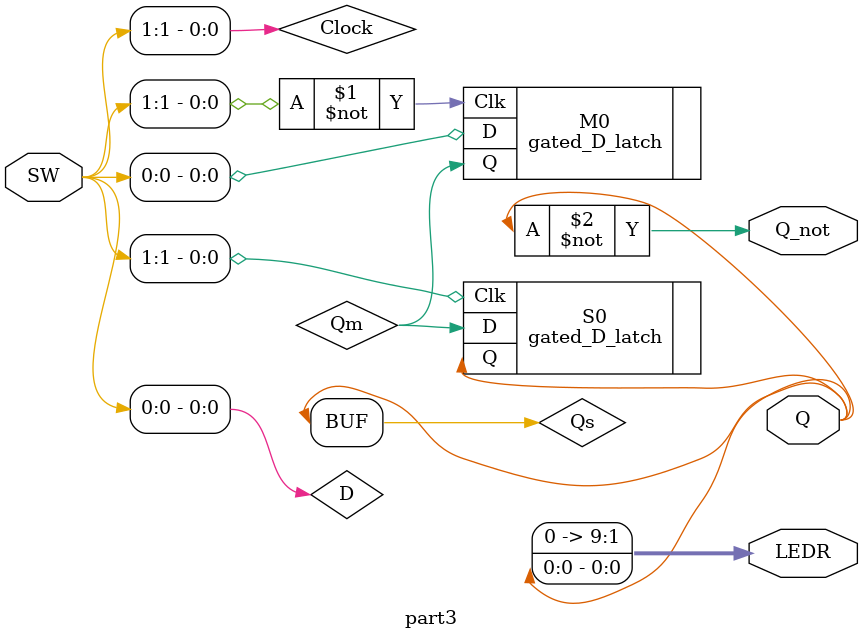
<source format=v>
module part3 (SW, Q, Q_not, LEDR);
input [1:0] SW;

output [9:0] LEDR;
output Q, Q_not;

wire D, Clock, Qm, Qs;

assign D = SW[0];
assign Clock = SW[1];

assign Q = Qs;

assign LEDR[9:1] = 0;
assign LEDR[0] = Q;

not (Q_not, Q);
gated_D_latch M0 (.Clk(~Clock), .D(D), .Q(Qm));
gated_D_latch S0 (.Clk(Clock), .D(Qm), .Q(Qs));

endmodule
</source>
